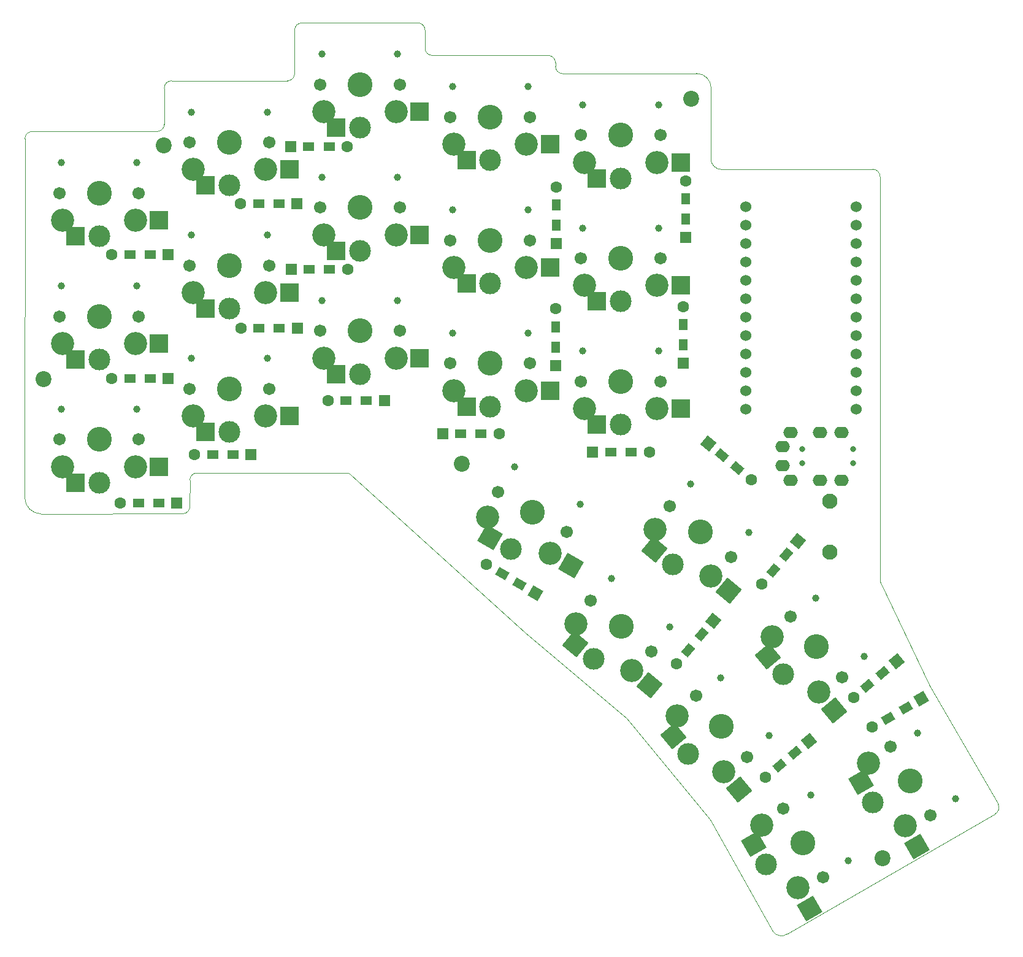
<source format=gts>
%TF.GenerationSoftware,KiCad,Pcbnew,7.0.1-0*%
%TF.CreationDate,2023-04-27T16:38:55+02:00*%
%TF.ProjectId,helicoprion,68656c69-636f-4707-9269-6f6e2e6b6963,rev?*%
%TF.SameCoordinates,Original*%
%TF.FileFunction,Soldermask,Top*%
%TF.FilePolarity,Negative*%
%FSLAX46Y46*%
G04 Gerber Fmt 4.6, Leading zero omitted, Abs format (unit mm)*
G04 Created by KiCad (PCBNEW 7.0.1-0) date 2023-04-27 16:38:55*
%MOMM*%
%LPD*%
G01*
G04 APERTURE LIST*
G04 Aperture macros list*
%AMRotRect*
0 Rectangle, with rotation*
0 The origin of the aperture is its center*
0 $1 length*
0 $2 width*
0 $3 Rotation angle, in degrees counterclockwise*
0 Add horizontal line*
21,1,$1,$2,0,0,$3*%
G04 Aperture macros list end*
%ADD10C,0.800000*%
%ADD11O,2.000000X1.600000*%
%ADD12C,1.701800*%
%ADD13C,0.990600*%
%ADD14C,3.429000*%
%ADD15C,3.000000*%
%ADD16C,3.200000*%
%ADD17R,2.600000X2.600000*%
%ADD18R,1.600000X1.200000*%
%ADD19R,1.600000X1.600000*%
%ADD20C,1.600000*%
%ADD21R,1.200000X1.600000*%
%ADD22RotRect,1.600000X1.200000X40.000000*%
%ADD23RotRect,1.600000X1.600000X40.000000*%
%ADD24RotRect,1.600000X1.200000X140.000000*%
%ADD25RotRect,1.600000X1.600000X140.000000*%
%ADD26RotRect,1.600000X1.200000X30.000000*%
%ADD27RotRect,1.600000X1.600000X30.000000*%
%ADD28RotRect,1.600000X1.200000X50.000000*%
%ADD29RotRect,1.600000X1.600000X50.000000*%
%ADD30RotRect,1.600000X1.200000X330.000000*%
%ADD31RotRect,1.600000X1.600000X330.000000*%
%ADD32RotRect,2.600000X2.600000X300.000000*%
%ADD33C,2.100000*%
%ADD34C,2.200000*%
%ADD35RotRect,2.600000X2.600000X320.000000*%
%ADD36RotRect,2.600000X2.600000X310.000000*%
%ADD37C,1.524000*%
%ADD38RotRect,2.600000X2.600000X330.000000*%
%TA.AperFunction,Profile*%
%ADD39C,0.100000*%
%TD*%
G04 APERTURE END LIST*
D10*
X175599997Y-81299999D03*
X168599997Y-81299999D03*
D11*
X165899997Y-83599999D03*
X166999997Y-78999999D03*
X170999997Y-78999999D03*
X173999997Y-78999999D03*
D12*
X138000000Y-55000000D03*
D13*
X138280000Y-50800000D03*
D14*
X143500000Y-55000000D03*
D15*
X143500000Y-60950000D03*
D13*
X148720000Y-50800000D03*
D12*
X149000000Y-55000000D03*
D16*
X138500000Y-58750000D03*
D17*
X140225000Y-60950000D03*
D16*
X148500000Y-58750000D03*
D17*
X151775000Y-58750000D03*
D12*
X120000000Y-52500000D03*
D13*
X120280000Y-48300000D03*
D14*
X125500000Y-52500000D03*
D15*
X125500000Y-58450000D03*
D13*
X130720000Y-48300000D03*
D12*
X131000000Y-52500000D03*
D16*
X120500000Y-56250000D03*
D17*
X122225000Y-58450000D03*
D16*
X130500000Y-56250000D03*
D17*
X133775000Y-56250000D03*
D12*
X84000000Y-73000000D03*
D13*
X84280000Y-68800000D03*
D14*
X89500000Y-73000000D03*
D15*
X89500000Y-78950000D03*
D13*
X94720000Y-68800000D03*
D12*
X95000000Y-73000000D03*
D16*
X84500000Y-76750000D03*
D17*
X86225000Y-78950000D03*
D16*
X94500000Y-76750000D03*
D17*
X97775000Y-76750000D03*
D12*
X66000000Y-63000000D03*
D13*
X66280000Y-58800000D03*
D14*
X71500000Y-63000000D03*
D15*
X71500000Y-68950000D03*
D13*
X76720000Y-58800000D03*
D12*
X77000000Y-63000000D03*
D16*
X66500000Y-66750000D03*
D17*
X68225000Y-68950000D03*
D16*
X76500000Y-66750000D03*
D17*
X79775000Y-66750000D03*
D18*
X79730000Y-88740000D03*
D19*
X82230000Y-88740000D03*
D20*
X74430000Y-88740000D03*
D18*
X76930000Y-88740000D03*
X78540000Y-71570000D03*
D19*
X81040000Y-71570000D03*
D20*
X73240000Y-71570000D03*
D18*
X75740000Y-71570000D03*
X78550000Y-54510000D03*
D19*
X81050000Y-54510000D03*
D20*
X73250000Y-54510000D03*
D18*
X75750000Y-54510000D03*
X89990000Y-82120000D03*
D19*
X92490000Y-82120000D03*
D20*
X84690000Y-82120000D03*
D18*
X87190000Y-82120000D03*
X96370000Y-64640000D03*
D19*
X98870000Y-64640000D03*
D20*
X91070000Y-64640000D03*
D18*
X93570000Y-64640000D03*
X96320000Y-47430000D03*
D19*
X98820000Y-47430000D03*
D20*
X91020000Y-47430000D03*
D18*
X93520000Y-47430000D03*
X108380000Y-74600000D03*
D19*
X110880000Y-74600000D03*
D20*
X103080000Y-74600000D03*
D18*
X105580000Y-74600000D03*
X100530000Y-56530000D03*
D19*
X98030000Y-56530000D03*
D20*
X105830000Y-56530000D03*
D18*
X103330000Y-56530000D03*
X100450000Y-39620000D03*
D19*
X97950000Y-39620000D03*
D20*
X105750000Y-39620000D03*
D18*
X103250000Y-39620000D03*
X121430000Y-79220000D03*
D19*
X118930000Y-79220000D03*
D20*
X126730000Y-79220000D03*
D18*
X124230000Y-79220000D03*
D21*
X134510000Y-67270000D03*
D19*
X134510000Y-69770000D03*
D20*
X134510000Y-61970000D03*
D21*
X134510000Y-64470000D03*
X134580000Y-50430000D03*
D19*
X134580000Y-52930000D03*
D20*
X134580000Y-45130000D03*
D21*
X134580000Y-47630000D03*
D18*
X142155000Y-81755000D03*
D19*
X139655000Y-81755000D03*
D20*
X147455000Y-81755000D03*
D18*
X144955000Y-81755000D03*
D21*
X152170000Y-66940000D03*
D19*
X152170000Y-69440000D03*
D20*
X152170000Y-61640000D03*
D21*
X152170000Y-64140000D03*
X152470000Y-49590000D03*
D19*
X152470000Y-52090000D03*
D20*
X152470000Y-44290000D03*
D21*
X152470000Y-46790000D03*
D22*
X167572462Y-123240097D03*
D23*
X169487573Y-121633128D03*
D20*
X163512427Y-126646872D03*
D22*
X165427538Y-125039903D03*
D24*
X159635995Y-83963436D03*
D20*
X161551106Y-85570405D03*
D25*
X155575960Y-80556661D03*
D24*
X157491071Y-82163630D03*
D22*
X179702462Y-112190097D03*
D23*
X181617573Y-110583128D03*
D20*
X175642427Y-115596872D03*
D22*
X177557538Y-113989903D03*
D26*
X182852436Y-117060000D03*
D27*
X185017499Y-115810000D03*
D20*
X178262501Y-119710000D03*
D26*
X180427564Y-118460000D03*
D28*
X154659903Y-106907538D03*
D29*
X156266872Y-104992427D03*
D20*
X151253128Y-110967573D03*
D28*
X152860097Y-109052462D03*
D30*
X129552436Y-99930000D03*
D31*
X131717499Y-101180000D03*
D20*
X124962501Y-97280000D03*
D30*
X127127564Y-98530000D03*
D28*
X164606564Y-98055995D03*
D20*
X162999595Y-99971106D03*
D29*
X168013339Y-93995960D03*
D28*
X166406370Y-95911071D03*
D12*
X66000000Y-80000000D03*
D13*
X66280000Y-75800000D03*
D14*
X71500000Y-80000000D03*
D15*
X71500000Y-85950000D03*
D13*
X76720000Y-75800000D03*
D12*
X77000000Y-80000000D03*
D16*
X66500000Y-83750000D03*
D17*
X68225000Y-85950000D03*
D16*
X76500000Y-83750000D03*
D17*
X79775000Y-83750000D03*
D12*
X180750000Y-122376860D03*
D13*
X184527307Y-120519347D03*
D14*
X183500000Y-127140000D03*
D15*
X178347149Y-130115000D03*
D13*
X189747307Y-129560653D03*
D12*
X186250000Y-131903140D03*
D16*
X177752405Y-124684873D03*
D32*
X176709649Y-127278767D03*
D16*
X182752405Y-133345127D03*
D32*
X184389905Y-136181360D03*
D33*
X172370000Y-88550000D03*
X172370000Y-95550000D03*
D12*
X138000000Y-38000000D03*
D13*
X138280000Y-33800000D03*
D14*
X143500000Y-38000000D03*
D15*
X143500000Y-43950000D03*
D13*
X148720000Y-33800000D03*
D12*
X149000000Y-38000000D03*
D16*
X138500000Y-41750000D03*
D17*
X140225000Y-43950000D03*
D16*
X148500000Y-41750000D03*
D17*
X151775000Y-41750000D03*
D34*
X179680000Y-137820000D03*
D12*
X102000000Y-31000000D03*
D13*
X102280000Y-26800000D03*
D14*
X107500000Y-31000000D03*
D15*
X107500000Y-36950000D03*
D13*
X112720000Y-26800000D03*
D12*
X113000000Y-31000000D03*
D16*
X102500000Y-34750000D03*
D17*
X104225000Y-36950000D03*
D16*
X112500000Y-34750000D03*
D17*
X115775000Y-34750000D03*
D35*
X158428564Y-100911734D03*
D16*
X155919769Y-98806605D03*
D35*
X148166618Y-95172835D03*
D16*
X148259324Y-92378729D03*
D12*
X158713244Y-96255332D03*
D13*
X161198460Y-92857965D03*
D15*
X150675414Y-97277964D03*
D14*
X154500000Y-92720000D03*
D13*
X153200956Y-86147262D03*
D12*
X150286756Y-89184668D03*
X166994668Y-104396756D03*
D13*
X170392035Y-101911540D03*
D14*
X170530000Y-108610000D03*
D15*
X165972036Y-112434586D03*
D13*
X177102738Y-109909044D03*
D12*
X174065332Y-112823244D03*
D16*
X164443395Y-107190231D03*
D36*
X163866906Y-109925791D03*
D16*
X170871271Y-114850676D03*
D36*
X172976401Y-117359471D03*
D12*
X84000000Y-56000000D03*
D13*
X84280000Y-51800000D03*
D14*
X89500000Y-56000000D03*
D15*
X89500000Y-61950000D03*
D13*
X94720000Y-51800000D03*
D12*
X95000000Y-56000000D03*
D16*
X84500000Y-59750000D03*
D17*
X86225000Y-61950000D03*
D16*
X94500000Y-59750000D03*
D17*
X97775000Y-59750000D03*
D12*
X138000000Y-72000000D03*
D13*
X138280000Y-67800000D03*
D14*
X143500000Y-72000000D03*
D15*
X143500000Y-77950000D03*
D13*
X148720000Y-67800000D03*
D12*
X149000000Y-72000000D03*
D16*
X138500000Y-75750000D03*
D17*
X140225000Y-77950000D03*
D16*
X148500000Y-75750000D03*
D17*
X151775000Y-75750000D03*
D34*
X153240000Y-32980000D03*
X63870000Y-71660000D03*
D12*
X165940000Y-130906860D03*
D13*
X169717307Y-129049347D03*
D14*
X168690000Y-135670000D03*
D15*
X163537149Y-138645000D03*
D13*
X174937307Y-138090653D03*
D12*
X171440000Y-140433140D03*
D16*
X162942405Y-133214873D03*
D32*
X161899649Y-135808767D03*
D16*
X167942405Y-141875127D03*
D32*
X169579905Y-144711360D03*
D12*
X102000000Y-48000000D03*
D13*
X102280000Y-43800000D03*
D14*
X107500000Y-48000000D03*
D15*
X107500000Y-53950000D03*
D13*
X112720000Y-43800000D03*
D12*
X113000000Y-48000000D03*
D16*
X102500000Y-51750000D03*
D17*
X104225000Y-53950000D03*
D16*
X112500000Y-51750000D03*
D17*
X115775000Y-51750000D03*
D37*
X160801800Y-47850000D03*
X160801800Y-50390000D03*
X160801800Y-52930000D03*
X160801800Y-55470000D03*
X160801800Y-58010000D03*
X160801800Y-60550000D03*
X160801800Y-63090000D03*
X160801800Y-65630000D03*
X160801800Y-68170000D03*
X160801800Y-70710000D03*
X160801800Y-73250000D03*
X160801800Y-75790000D03*
X176041800Y-75790000D03*
X176041800Y-73250000D03*
X176041800Y-70710000D03*
X176041800Y-68170000D03*
X176041800Y-65630000D03*
X176041800Y-63090000D03*
X176041800Y-60550000D03*
X176041800Y-58010000D03*
X176041800Y-55470000D03*
X176041800Y-52930000D03*
X176041800Y-50390000D03*
X176041800Y-47850000D03*
D12*
X102000000Y-65000000D03*
D13*
X102280000Y-60800000D03*
D14*
X107500000Y-65000000D03*
D15*
X107500000Y-70950000D03*
D13*
X112720000Y-60800000D03*
D12*
X113000000Y-65000000D03*
D16*
X102500000Y-68750000D03*
D17*
X104225000Y-70950000D03*
D16*
X112500000Y-68750000D03*
D17*
X115775000Y-68750000D03*
D12*
X120000000Y-69500000D03*
D13*
X120280000Y-65300000D03*
D14*
X125500000Y-69500000D03*
D15*
X125500000Y-75450000D03*
D13*
X130720000Y-65300000D03*
D12*
X131000000Y-69500000D03*
D16*
X120500000Y-73250000D03*
D17*
X122225000Y-75450000D03*
D16*
X130500000Y-73250000D03*
D17*
X133775000Y-73250000D03*
D34*
X121610000Y-83360000D03*
D10*
X175600000Y-83300000D03*
X168600000Y-83300000D03*
D11*
X165900000Y-81000000D03*
X167000000Y-85600000D03*
X171000000Y-85600000D03*
X174000000Y-85600000D03*
D12*
X126553720Y-87250000D03*
D13*
X128896207Y-83752693D03*
D14*
X131316860Y-90000000D03*
D15*
X128341860Y-95152851D03*
D13*
X137937513Y-88972693D03*
D12*
X136080000Y-92750000D03*
D16*
X125111733Y-90747595D03*
D38*
X125505627Y-93515351D03*
D16*
X133771987Y-95747595D03*
D38*
X136608220Y-97385095D03*
D12*
X84000000Y-39000000D03*
D13*
X84280000Y-34800000D03*
D14*
X89500000Y-39000000D03*
D15*
X89500000Y-44950000D03*
D13*
X94720000Y-34800000D03*
D12*
X95000000Y-39000000D03*
D16*
X84500000Y-42750000D03*
D17*
X86225000Y-44950000D03*
D16*
X94500000Y-42750000D03*
D17*
X97775000Y-42750000D03*
D12*
X66000000Y-46000000D03*
D13*
X66280000Y-41800000D03*
D14*
X71500000Y-46000000D03*
D15*
X71500000Y-51950000D03*
D13*
X76720000Y-41800000D03*
D12*
X77000000Y-46000000D03*
D16*
X66500000Y-49750000D03*
D17*
X68225000Y-51950000D03*
D16*
X76500000Y-49750000D03*
D17*
X79775000Y-49750000D03*
D12*
X120000000Y-35500000D03*
D13*
X120280000Y-31300000D03*
D14*
X125500000Y-35500000D03*
D15*
X125500000Y-41450000D03*
D13*
X130720000Y-31300000D03*
D12*
X131000000Y-35500000D03*
D16*
X120500000Y-39250000D03*
D17*
X122225000Y-41450000D03*
D16*
X130500000Y-39250000D03*
D17*
X133775000Y-39250000D03*
D34*
X80470000Y-39450000D03*
D12*
X139356756Y-102224668D03*
D13*
X142270956Y-99187262D03*
D14*
X143570000Y-105760000D03*
D15*
X139745414Y-110317964D03*
D13*
X150268460Y-105897965D03*
D12*
X147783244Y-109295332D03*
D16*
X137329324Y-105418729D03*
D35*
X137236618Y-108212835D03*
D16*
X144989769Y-111846605D03*
D35*
X147498564Y-113951734D03*
D12*
X153884668Y-115376756D03*
D13*
X157282035Y-112891540D03*
D14*
X157420000Y-119590000D03*
D15*
X152862036Y-123414586D03*
D13*
X163992738Y-120889044D03*
D12*
X160955332Y-123803244D03*
D16*
X151333395Y-118170231D03*
D36*
X150756906Y-120905791D03*
D16*
X157761271Y-125830676D03*
D36*
X159866401Y-128339471D03*
D39*
X186206846Y-114001309D02*
X179280000Y-99580000D01*
X155890000Y-132490000D02*
X164471272Y-147860366D01*
X144380000Y-118530000D02*
X155890000Y-132490000D01*
X130300000Y-106620000D02*
X144380000Y-118530000D01*
X106247734Y-84836978D02*
G75*
G03*
X105579997Y-84629995I-587179J-713700D01*
G01*
X130300000Y-106620000D02*
X106247735Y-84836977D01*
X85029996Y-84610000D02*
X105579997Y-84629994D01*
X85029996Y-84609998D02*
G75*
G03*
X84029997Y-85609994I-3J-999996D01*
G01*
X84029039Y-89166652D02*
X84029997Y-85609994D01*
X83120000Y-90250002D02*
G75*
G03*
X84029039Y-89166652I-87156J996195D01*
G01*
X61238061Y-88001939D02*
G75*
G03*
X63498061Y-90261939I2260000J0D01*
G01*
X83120000Y-90250000D02*
X63498061Y-90261939D01*
X61238061Y-88001939D02*
X61257107Y-38497107D01*
X79500000Y-37500000D02*
G75*
G03*
X80500000Y-36500000I0J1000000D01*
G01*
X178310000Y-42700000D02*
X157452107Y-42742893D01*
X195149465Y-131707616D02*
X166560366Y-148228728D01*
X155952107Y-41242893D02*
G75*
G03*
X157452107Y-42742893I1500000J0D01*
G01*
X179310000Y-43700000D02*
X179280000Y-99580000D01*
X80500000Y-31500000D02*
X80500000Y-36500000D01*
X79500000Y-37500000D02*
X62257107Y-37497107D01*
X81500000Y-30500000D02*
G75*
G03*
X80500000Y-31500000I0J-1000000D01*
G01*
X195633153Y-130378690D02*
X186206846Y-114001309D01*
X133500000Y-27000000D02*
X117500000Y-27000000D01*
X116500000Y-23500000D02*
G75*
G03*
X115500000Y-22500000I-1000000J0D01*
G01*
X134500000Y-28500000D02*
G75*
G03*
X135500000Y-29500000I1000000J0D01*
G01*
X134500000Y-28500000D02*
X134500000Y-28000000D01*
X155952107Y-41242893D02*
X155987893Y-31477107D01*
X116500000Y-26000000D02*
X116500000Y-23500000D01*
X97500000Y-30500000D02*
X81500000Y-30500000D01*
X62257107Y-37497107D02*
G75*
G03*
X61257107Y-38497107I0J-1000000D01*
G01*
X134500000Y-28000000D02*
G75*
G03*
X133500000Y-27000000I-1000000J0D01*
G01*
X164471273Y-147860366D02*
G75*
G03*
X166560366Y-148228727I1228727J860366D01*
G01*
X115500000Y-22500000D02*
X99500000Y-22500000D01*
X195149465Y-131707615D02*
G75*
G03*
X195633152Y-130378690I-422619J906306D01*
G01*
X155987893Y-31477107D02*
G75*
G03*
X153987893Y-29477107I-1999986J14D01*
G01*
X153987893Y-29477107D02*
X135500000Y-29500000D01*
X116500000Y-26000000D02*
G75*
G03*
X117500000Y-27000000I1000000J0D01*
G01*
X179310000Y-43700000D02*
G75*
G03*
X178310000Y-42700000I-1000000J0D01*
G01*
X98500000Y-23500000D02*
X98500000Y-29500000D01*
X97500000Y-30500000D02*
G75*
G03*
X98500000Y-29500000I0J1000000D01*
G01*
X99500000Y-22500000D02*
G75*
G03*
X98500000Y-23500000I0J-1000000D01*
G01*
M02*

</source>
